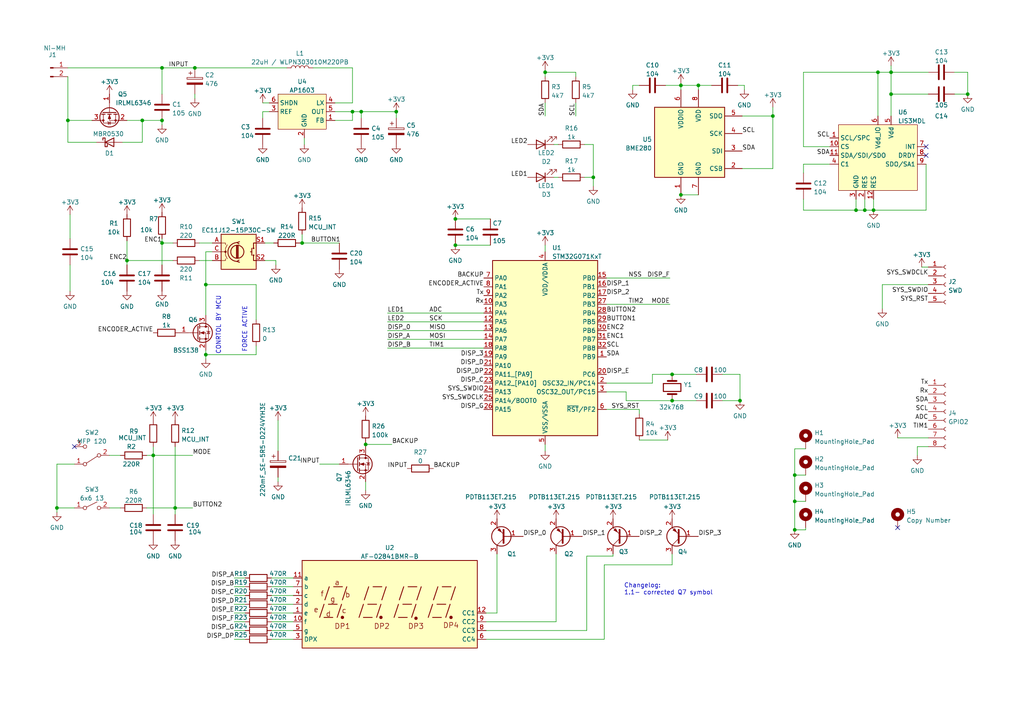
<source format=kicad_sch>
(kicad_sch (version 20230121) (generator eeschema)
  (paper "A4")
  (junction (at 16.51 147.32))
  (junction (at 253.365 60.96))
  (junction (at 87.63 70.485))
  (junction (at 248.285 60.96))
  (junction (at 59.69 102.87))
  (junction (at 230.505 137.795))
  (junction (at 254.635 20.955))
  (junction (at 59.69 82.55))
  (junction (at 46.99 34.925))
  (junction (at 158.115 20.955))
  (junction (at 230.505 145.415))
  (junction (at 258.445 27.305))
  (junction (at 194.945 116.205))
  (junction (at 46.99 70.485))
  (junction (at 41.275 34.925))
  (junction (at 224.155 33.655))
  (junction (at 250.825 60.96))
  (junction (at 172.085 51.435))
  (junction (at 132.08 71.12))
  (junction (at 44.45 132.08))
  (junction (at 230.505 153.67))
  (junction (at 280.67 27.305))
  (junction (at 258.445 20.955))
  (junction (at 50.8 147.32))
  (junction (at 46.99 19.685))
  (junction (at 197.485 24.765))
  (junction (at 106.045 128.905))
  (junction (at 202.565 24.765))
  (junction (at 197.485 56.515))
  (junction (at 214.63 116.205))
  (junction (at 114.935 32.385))
  (junction (at 19.685 34.925))
  (junction (at 104.775 32.385))
  (junction (at 102.235 32.385))
  (junction (at 56.515 19.685))
  (junction (at 194.945 108.585))
  (junction (at 36.83 75.565))
  (junction (at 132.08 63.5))
  (no_connect (at 268.605 42.545))
  (no_connect (at 268.605 45.085))
  (no_connect (at 21.59 129.54))
  (no_connect (at 260.35 153.035))
  (wire (pts (xy 76.835 70.485) (xy 79.375 70.485)))
  (wire (pts (xy 35.56 41.275) (xy 41.275 41.275)))
  (wire (pts (xy 193.04 24.765) (xy 197.485 24.765)))
  (wire (pts (xy 67.945 180.34) (xy 71.12 180.34)))
  (wire (pts (xy 175.895 80.645) (xy 194.31 80.645)))
  (wire (pts (xy 41.275 41.275) (xy 41.275 34.925)))
  (wire (pts (xy 90.805 19.685) (xy 102.235 19.685)))
  (wire (pts (xy 112.395 90.805) (xy 140.335 90.805)))
  (wire (pts (xy 59.69 102.87) (xy 74.295 102.87)))
  (wire (pts (xy 280.67 20.955) (xy 280.67 27.305)))
  (wire (pts (xy 36.83 76.835) (xy 36.83 75.565)))
  (wire (pts (xy 172.085 51.435) (xy 172.085 53.975)))
  (wire (pts (xy 59.69 101.6) (xy 59.69 102.87)))
  (wire (pts (xy 233.045 57.785) (xy 233.045 60.96)))
  (wire (pts (xy 215.265 33.655) (xy 224.155 33.655)))
  (wire (pts (xy 31.75 132.08) (xy 34.925 132.08)))
  (wire (pts (xy 268.605 60.96) (xy 253.365 60.96)))
  (wire (pts (xy 114.935 32.385) (xy 114.935 34.29)))
  (wire (pts (xy 112.395 100.965) (xy 140.335 100.965)))
  (wire (pts (xy 132.08 63.5) (xy 142.24 63.5)))
  (wire (pts (xy 80.645 121.92) (xy 80.645 130.81)))
  (wire (pts (xy 169.545 51.435) (xy 172.085 51.435)))
  (wire (pts (xy 224.155 33.655) (xy 224.155 31.115)))
  (wire (pts (xy 161.29 160.655) (xy 161.29 180.34)))
  (wire (pts (xy 57.785 70.485) (xy 61.595 70.485)))
  (wire (pts (xy 175.895 118.745) (xy 185.42 118.745)))
  (wire (pts (xy 87.63 67.945) (xy 87.63 70.485)))
  (wire (pts (xy 175.26 185.42) (xy 175.26 163.83)))
  (wire (pts (xy 16.51 134.62) (xy 21.59 134.62)))
  (wire (pts (xy 19.685 41.275) (xy 19.685 34.925)))
  (wire (pts (xy 86.995 70.485) (xy 87.63 70.485)))
  (wire (pts (xy 175.895 113.665) (xy 181.61 113.665)))
  (wire (pts (xy 67.945 175.26) (xy 71.12 175.26)))
  (wire (pts (xy 189.23 111.125) (xy 189.23 108.585)))
  (wire (pts (xy 57.785 75.565) (xy 61.595 75.565)))
  (wire (pts (xy 209.55 108.585) (xy 214.63 108.585)))
  (wire (pts (xy 36.83 34.925) (xy 41.275 34.925)))
  (wire (pts (xy 88.265 40.005) (xy 88.265 41.91)))
  (wire (pts (xy 78.74 177.8) (xy 85.09 177.8)))
  (wire (pts (xy 46.99 69.215) (xy 46.99 70.485)))
  (wire (pts (xy 194.945 108.585) (xy 201.93 108.585)))
  (wire (pts (xy 202.565 24.765) (xy 202.565 26.035)))
  (wire (pts (xy 230.505 153.67) (xy 230.505 145.415)))
  (wire (pts (xy 248.285 57.785) (xy 248.285 60.96)))
  (wire (pts (xy 169.545 41.91) (xy 172.085 41.91)))
  (wire (pts (xy 158.115 71.12) (xy 158.115 73.025)))
  (wire (pts (xy 175.895 88.265) (xy 194.31 88.265)))
  (wire (pts (xy 230.505 137.795) (xy 233.68 137.795)))
  (wire (pts (xy 104.775 32.385) (xy 104.775 34.29)))
  (wire (pts (xy 36.83 69.85) (xy 36.83 75.565)))
  (wire (pts (xy 20.32 62.23) (xy 20.32 69.215)))
  (wire (pts (xy 266.065 129.54) (xy 269.24 129.54)))
  (wire (pts (xy 197.485 24.13) (xy 197.485 24.765)))
  (wire (pts (xy 41.275 34.925) (xy 46.99 34.925)))
  (wire (pts (xy 112.395 98.425) (xy 140.335 98.425)))
  (wire (pts (xy 230.505 130.175) (xy 233.68 130.175)))
  (wire (pts (xy 78.74 185.42) (xy 85.09 185.42)))
  (wire (pts (xy 158.115 20.32) (xy 158.115 20.955)))
  (wire (pts (xy 181.61 116.205) (xy 194.945 116.205)))
  (wire (pts (xy 102.235 19.685) (xy 102.235 29.845)))
  (wire (pts (xy 46.99 70.485) (xy 46.99 76.835)))
  (wire (pts (xy 255.905 82.55) (xy 269.24 82.55)))
  (wire (pts (xy 172.085 41.91) (xy 172.085 51.435)))
  (wire (pts (xy 233.68 153.67) (xy 233.68 153.035)))
  (wire (pts (xy 92.71 134.62) (xy 98.425 134.62)))
  (wire (pts (xy 76.835 75.565) (xy 80.01 75.565)))
  (wire (pts (xy 158.115 29.845) (xy 158.115 33.655)))
  (wire (pts (xy 102.235 32.385) (xy 104.775 32.385)))
  (wire (pts (xy 250.825 57.785) (xy 250.825 60.96)))
  (wire (pts (xy 258.445 27.305) (xy 269.24 27.305)))
  (wire (pts (xy 78.74 180.34) (xy 85.09 180.34)))
  (wire (pts (xy 106.045 139.7) (xy 106.045 142.24)))
  (wire (pts (xy 215.9 26.035) (xy 215.9 24.765)))
  (wire (pts (xy 215.265 48.895) (xy 224.155 48.895)))
  (wire (pts (xy 267.335 77.47) (xy 269.24 77.47)))
  (wire (pts (xy 16.51 147.32) (xy 21.59 147.32)))
  (wire (pts (xy 78.74 172.72) (xy 85.09 172.72)))
  (wire (pts (xy 276.86 20.955) (xy 280.67 20.955)))
  (wire (pts (xy 140.97 177.8) (xy 144.145 177.8)))
  (wire (pts (xy 74.295 82.55) (xy 59.69 82.55)))
  (wire (pts (xy 160.655 41.91) (xy 161.925 41.91)))
  (wire (pts (xy 258.445 33.655) (xy 258.445 27.305)))
  (wire (pts (xy 197.485 24.765) (xy 202.565 24.765)))
  (wire (pts (xy 140.97 185.42) (xy 175.26 185.42)))
  (wire (pts (xy 253.365 57.785) (xy 253.365 60.96)))
  (wire (pts (xy 102.235 32.385) (xy 97.155 32.385)))
  (wire (pts (xy 189.23 108.585) (xy 194.945 108.585)))
  (wire (pts (xy 248.285 60.96) (xy 250.825 60.96)))
  (wire (pts (xy 230.505 145.415) (xy 230.505 137.795)))
  (wire (pts (xy 215.9 24.765) (xy 213.995 24.765)))
  (wire (pts (xy 230.505 145.415) (xy 233.68 145.415)))
  (wire (pts (xy 74.295 82.55) (xy 74.295 92.71)))
  (wire (pts (xy 183.515 26.035) (xy 183.515 24.765)))
  (wire (pts (xy 140.97 180.34) (xy 161.29 180.34)))
  (wire (pts (xy 167.005 29.845) (xy 167.005 33.655)))
  (wire (pts (xy 87.63 70.485) (xy 98.425 70.485)))
  (wire (pts (xy 42.545 132.08) (xy 44.45 132.08)))
  (wire (pts (xy 140.97 182.88) (xy 170.18 182.88)))
  (wire (pts (xy 67.945 182.88) (xy 71.12 182.88)))
  (wire (pts (xy 44.45 132.08) (xy 55.88 132.08)))
  (wire (pts (xy 104.775 32.385) (xy 114.935 32.385)))
  (wire (pts (xy 78.74 167.64) (xy 85.09 167.64)))
  (wire (pts (xy 175.895 111.125) (xy 189.23 111.125)))
  (wire (pts (xy 59.69 102.87) (xy 59.69 104.14)))
  (wire (pts (xy 46.99 19.685) (xy 56.515 19.685)))
  (wire (pts (xy 46.99 34.925) (xy 46.99 36.195)))
  (wire (pts (xy 158.115 20.955) (xy 158.115 22.225)))
  (wire (pts (xy 254.635 20.955) (xy 258.445 20.955)))
  (wire (pts (xy 59.69 82.55) (xy 59.69 91.44)))
  (wire (pts (xy 74.295 102.87) (xy 74.295 100.33)))
  (wire (pts (xy 112.395 95.885) (xy 140.335 95.885)))
  (wire (pts (xy 20.32 76.835) (xy 20.32 84.455)))
  (wire (pts (xy 80.01 75.565) (xy 80.01 76.835)))
  (wire (pts (xy 31.75 147.32) (xy 34.925 147.32)))
  (wire (pts (xy 19.685 22.225) (xy 19.685 34.925)))
  (wire (pts (xy 59.69 73.025) (xy 59.69 82.55)))
  (wire (pts (xy 97.155 34.925) (xy 102.235 34.925)))
  (wire (pts (xy 197.485 24.765) (xy 197.485 26.035)))
  (wire (pts (xy 80.645 138.43) (xy 80.645 139.7)))
  (wire (pts (xy 132.08 71.12) (xy 142.24 71.12)))
  (wire (pts (xy 76.2 32.385) (xy 78.105 32.385)))
  (wire (pts (xy 16.51 148.59) (xy 16.51 147.32)))
  (wire (pts (xy 67.945 170.18) (xy 71.12 170.18)))
  (wire (pts (xy 112.395 93.345) (xy 140.335 93.345)))
  (wire (pts (xy 233.045 42.545) (xy 233.045 20.955)))
  (wire (pts (xy 46.99 70.485) (xy 50.165 70.485)))
  (wire (pts (xy 181.61 113.665) (xy 181.61 116.205)))
  (wire (pts (xy 160.655 51.435) (xy 161.925 51.435)))
  (wire (pts (xy 56.515 27.305) (xy 56.515 28.575)))
  (wire (pts (xy 67.945 167.64) (xy 71.12 167.64)))
  (wire (pts (xy 50.8 147.32) (xy 50.8 149.225)))
  (wire (pts (xy 183.515 24.765) (xy 185.42 24.765)))
  (wire (pts (xy 78.74 182.88) (xy 85.09 182.88)))
  (wire (pts (xy 230.505 137.795) (xy 230.505 130.175)))
  (wire (pts (xy 185.42 118.745) (xy 185.42 120.015)))
  (wire (pts (xy 250.825 60.96) (xy 253.365 60.96)))
  (wire (pts (xy 197.485 56.515) (xy 202.565 56.515)))
  (wire (pts (xy 36.83 75.565) (xy 50.165 75.565)))
  (wire (pts (xy 167.005 20.955) (xy 167.005 22.225)))
  (wire (pts (xy 19.685 19.685) (xy 46.99 19.685)))
  (wire (pts (xy 42.545 147.32) (xy 50.8 147.32)))
  (wire (pts (xy 214.63 108.585) (xy 214.63 116.205)))
  (wire (pts (xy 177.8 161.29) (xy 177.8 160.655)))
  (wire (pts (xy 185.42 127.635) (xy 193.675 127.635)))
  (wire (pts (xy 266.065 132.08) (xy 266.065 129.54)))
  (wire (pts (xy 233.045 50.165) (xy 233.045 47.625)))
  (wire (pts (xy 158.115 128.905) (xy 158.115 130.81)))
  (wire (pts (xy 258.445 27.305) (xy 258.445 20.955)))
  (wire (pts (xy 175.26 163.83) (xy 194.945 163.83)))
  (wire (pts (xy 268.605 47.625) (xy 268.605 60.96)))
  (wire (pts (xy 254.635 33.655) (xy 254.635 20.955)))
  (wire (pts (xy 106.045 128.27) (xy 106.045 128.905)))
  (wire (pts (xy 106.045 128.905) (xy 113.665 128.905)))
  (wire (pts (xy 67.945 177.8) (xy 71.12 177.8)))
  (wire (pts (xy 255.905 82.55) (xy 255.905 89.535)))
  (wire (pts (xy 102.235 34.925) (xy 102.235 32.385)))
  (wire (pts (xy 76.2 29.845) (xy 78.105 29.845)))
  (wire (pts (xy 16.51 147.32) (xy 16.51 134.62)))
  (wire (pts (xy 258.445 20.955) (xy 269.24 20.955)))
  (wire (pts (xy 170.18 182.88) (xy 170.18 161.29)))
  (wire (pts (xy 44.45 132.08) (xy 44.45 149.225)))
  (wire (pts (xy 258.445 19.05) (xy 258.445 20.955)))
  (wire (pts (xy 240.665 42.545) (xy 233.045 42.545)))
  (wire (pts (xy 194.945 163.83) (xy 194.945 160.655)))
  (wire (pts (xy 276.86 27.305) (xy 280.67 27.305)))
  (wire (pts (xy 59.69 73.025) (xy 61.595 73.025)))
  (wire (pts (xy 209.55 116.205) (xy 214.63 116.205)))
  (wire (pts (xy 233.045 60.96) (xy 248.285 60.96)))
  (wire (pts (xy 224.155 33.655) (xy 224.155 48.895)))
  (wire (pts (xy 56.515 19.685) (xy 83.185 19.685)))
  (wire (pts (xy 233.045 20.955) (xy 254.635 20.955)))
  (wire (pts (xy 50.8 129.54) (xy 50.8 147.32)))
  (wire (pts (xy 106.045 128.905) (xy 106.045 129.54)))
  (wire (pts (xy 230.505 153.67) (xy 233.68 153.67)))
  (wire (pts (xy 194.945 116.205) (xy 201.93 116.205)))
  (wire (pts (xy 76.2 34.29) (xy 76.2 32.385)))
  (wire (pts (xy 44.45 129.54) (xy 44.45 132.08)))
  (wire (pts (xy 233.045 47.625) (xy 240.665 47.625)))
  (wire (pts (xy 78.74 170.18) (xy 85.09 170.18)))
  (wire (pts (xy 144.145 160.655) (xy 144.145 177.8)))
  (wire (pts (xy 78.74 175.26) (xy 85.09 175.26)))
  (wire (pts (xy 27.94 41.275) (xy 19.685 41.275)))
  (wire (pts (xy 102.235 29.845) (xy 97.155 29.845)))
  (wire (pts (xy 50.8 147.32) (xy 55.88 147.32)))
  (wire (pts (xy 158.115 20.955) (xy 167.005 20.955)))
  (wire (pts (xy 67.945 185.42) (xy 71.12 185.42)))
  (wire (pts (xy 260.35 127) (xy 269.24 127)))
  (wire (pts (xy 46.99 19.685) (xy 46.99 27.305)))
  (wire (pts (xy 170.18 161.29) (xy 177.8 161.29)))
  (wire (pts (xy 202.565 24.765) (xy 206.375 24.765)))
  (wire (pts (xy 19.685 34.925) (xy 26.67 34.925)))
  (wire (pts (xy 67.945 172.72) (xy 71.12 172.72)))
  (text "FORCE ACTIVE" (at 71.755 102.235 90) (effects (font (size 1.27 1.27)) (justify left bottom)))
  (text "CONRTOL BY MCU" (at 64.135 102.87 90) (effects (font (size 1.27 1.27)) (justify left bottom)))
  (text "Changelog:\n1.1- corrected Q7 symbol" (at 180.975 172.72 0) (effects (font (size 1.27 1.27)) (justify left bottom)))
  (label "BUTTON1" (at 175.895 93.345 0))
  (label "DISP_DP" (at 67.945 185.42 180))
  (label "BUTTON1" (at 90.17 70.485 0))
  (label "ADC" (at 269.24 121.92 180))
  (label "DISP_2" (at 185.42 155.575 0))
  (label "DISP_0" (at 112.395 95.885 0))
  (label "LED1" (at 112.395 90.805 0))
  (label "BACKUP" (at 125.73 135.89 0))
  (label "DISP_C" (at 67.945 172.72 180))
  (label "ENC2" (at 36.83 75.565 180))
  (label "SCL" (at 175.895 100.965 0))
  (label "SYS_SWDIO" (at 269.24 85.09 180))
  (label "TIM2" (at 182.245 88.265 0))
  (label "BACKUP" (at 140.335 80.645 180))
  (label "INPUT" (at 92.71 134.62 180))
  (label "ENC1" (at 175.895 98.425 0))
  (label "DISP_A" (at 112.395 98.425 0))
  (label "ENCODER_ACTIVE" (at 140.335 83.185 180))
  (label "SCL" (at 167.005 33.655 90))
  (label "BUTTON2" (at 175.895 90.805 0))
  (label "SYS_SWDIO" (at 140.335 113.665 180))
  (label "Rx" (at 140.335 88.265 180))
  (label "DISP_F" (at 67.945 180.34 180))
  (label "BUTTON2" (at 55.88 147.32 0))
  (label "DISP_DP" (at 140.335 108.585 180))
  (label "DISP_A" (at 67.945 167.64 180))
  (label "DISP_G" (at 67.945 182.88 180))
  (label "DISP_3" (at 202.565 155.575 0))
  (label "Tx" (at 269.24 111.76 180))
  (label "TIM1" (at 124.46 100.965 0))
  (label "LED1" (at 153.035 51.435 180))
  (label "DISP_3" (at 140.335 103.505 180))
  (label "Tx" (at 140.335 85.725 180))
  (label "DISP_E" (at 67.945 177.8 180))
  (label "ENCODER_ACTIVE" (at 44.45 96.52 180))
  (label "SYS_RST" (at 269.24 87.63 180))
  (label "DISP_C" (at 140.335 111.125 180))
  (label "Rx" (at 269.24 114.3 180))
  (label "DISP_B" (at 112.395 100.965 0))
  (label "TIM1" (at 269.24 124.46 180))
  (label "SDA" (at 269.24 116.84 180))
  (label "DISP_D" (at 67.945 175.26 180))
  (label "MODE" (at 55.88 132.08 0))
  (label "SCL" (at 240.665 40.005 180))
  (label "DISP_E" (at 175.895 108.585 0))
  (label "SDA" (at 240.665 45.085 180))
  (label "DISP_0" (at 151.765 155.575 0))
  (label "DISP_F" (at 194.31 80.645 180))
  (label "SCL" (at 215.265 38.735 0))
  (label "SDA" (at 175.895 103.505 0))
  (label "DISP_1" (at 168.91 155.575 0))
  (label "ADC" (at 124.46 90.805 0))
  (label "ENC1" (at 46.99 70.485 180))
  (label "INPUT" (at 48.895 19.685 0))
  (label "LED2" (at 153.035 41.91 180))
  (label "DISP_G" (at 140.335 118.745 180))
  (label "SCL" (at 269.24 119.38 180))
  (label "ENC2" (at 175.895 95.885 0))
  (label "NSS" (at 182.245 80.645 0))
  (label "LED2" (at 112.395 93.345 0))
  (label "INPUT" (at 118.11 135.89 180))
  (label "MISO" (at 124.46 95.885 0))
  (label "SCK" (at 124.46 93.345 0))
  (label "DISP_2" (at 175.895 85.725 0))
  (label "SDA" (at 215.265 43.815 0))
  (label "SYS_RST" (at 185.42 118.745 180))
  (label "DISP_1" (at 175.895 83.185 0))
  (label "SDA" (at 158.115 33.655 90))
  (label "BACKUP" (at 113.665 128.905 0))
  (label "MODE" (at 194.31 88.265 180))
  (label "DISP_D" (at 140.335 106.045 180))
  (label "SYS_SWDCLK" (at 269.24 80.01 180))
  (label "SYS_SWDCLK" (at 140.335 116.205 180))
  (label "MOSI" (at 124.46 98.425 0))
  (label "DISP_B" (at 67.945 170.18 180))
  (symbol (lib_id "Device:C") (at 273.05 27.305 90) (unit 1)
    (property "Reference" "C14" (at 273.05 33.655 90))
    (property "Value" "105" (at 273.05 30.48 90))
    (property "Footprint" "Capacitor_SMD:C_0603_1608Metric" (effects hide))
  )
  (symbol (lib_id "power:+3V3") (at 193.675 127.635 0) (unit 1)
    (property "Reference" "#PWR0119" (effects hide))
    (property "Value" "+3V3" (at 193.675 124.0592 0))
  )
  (symbol (lib_id "Device:C") (at 189.23 24.765 270) (unit 1)
    (property "Reference" "C10" (at 189.23 18.9062 90))
    (property "Value" "104" (at 189.23 21.4431 90))
    (property "Footprint" "Capacitor_SMD:C_0603_1608Metric" (effects hide))
  )
  (symbol (lib_id "Device:R") (at 53.975 75.565 90) (unit 1)
    (property "Reference" "R11" (at 53.975 80.645 90))
    (property "Value" "220" (at 53.975 78.105 90))
    (property "Footprint" "Resistor_SMD:R_0603_1608Metric" (effects hide))
  )
  (symbol (lib_id "power:GND") (at 59.69 104.14 0) (unit 1)
    (property "Reference" "#PWR0139" (effects hide))
    (property "Value" "GND" (at 59.69 108.5834 0))
  )
  (symbol (lib_id "power:GND") (at 50.8 156.845 0) (unit 1)
    (property "Reference" "#PWR0143" (effects hide))
    (property "Value" "GND" (at 50.8 161.2884 0))
  )
  (symbol (lib_id "Device:C_Polarized") (at 114.935 38.1 0) (unit 1)
    (property "Reference" "C5" (at 117.856 36.3763 0) (effects (justify left)))
    (property "Value" "476" (at 117.856 38.9132 0) (effects (justify left)))
    (property "Footprint" "Capacitor_SMD:CP_Elec_5x4.5" (effects hide))
  )
  (symbol (lib_id "Device:C_Polarized") (at 80.645 134.62 0) (unit 1)
    (property "Reference" "C21" (at 83.566 132.8963 0) (effects (justify left)))
    (property "Value" "220mF_SE-5R5-D224VYH3E" (at 76.2 144.145 90) (effects (justify left)))
    (property "Footprint" "BartLib_Capacitor:C_Super_D11.2mm_H5.1mm_P10.5mm" (effects hide))
  )
  (symbol (lib_id "Device:R") (at 48.26 96.52 90) (unit 1)
    (property "Reference" "R8" (at 48.26 91.8042 90))
    (property "Value" "1k" (at 48.26 94.3411 90))
    (property "Footprint" "Resistor_SMD:R_0603_1608Metric" (effects hide))
  )
  (symbol (lib_id "power:GND") (at 215.9 26.035 0) (unit 1)
    (property "Reference" "#PWR0126" (effects hide))
    (property "Value" "GND" (at 215.9 30.4784 0))
  )
  (symbol (lib_id "Connector:Conn_01x08_Female") (at 274.32 119.38 0) (unit 1)
    (property "Reference" "J4" (at 275.0312 119.8153 0) (effects (justify left)))
    (property "Value" "GPIO2" (at 275.0312 122.3522 0) (effects (justify left)))
    (property "Footprint" "Connector_PinHeader_2.54mm:PinHeader_1x08_P2.54mm_Vertical" (effects hide))
  )
  (symbol (lib_id "Switch:SW_SPDT") (at 26.67 132.08 180) (unit 1)
    (property "Reference" "SW2" (at 26.67 125.4592 0))
    (property "Value" "MFP 120" (at 26.67 127.9961 0))
    (property "Footprint" "BartLib_Switch:MFP 120" (effects hide))
  )
  (symbol (lib_id "Device:C_Polarized") (at 56.515 23.495 0) (unit 1)
    (property "Reference" "C2" (at 59.436 21.7713 0) (effects (justify left)))
    (property "Value" "476" (at 59.436 24.3082 0) (effects (justify left)))
    (property "Footprint" "Capacitor_SMD:CP_Elec_5x4.5" (effects hide))
  )
  (symbol (lib_id "Device:R") (at 74.93 170.18 90) (unit 1)
    (property "Reference" "R19" (at 69.85 168.91 90))
    (property "Value" "470R" (at 80.645 168.91 90))
    (property "Footprint" "Resistor_SMD:R_0603_1608Metric" (effects hide))
  )
  (symbol (lib_id "power:GND") (at 44.45 156.845 0) (unit 1)
    (property "Reference" "#PWR0144" (effects hide))
    (property "Value" "GND" (at 44.45 161.2884 0))
  )
  (symbol (lib_id "Device:C") (at 233.045 53.975 0) (unit 1)
    (property "Reference" "C12" (at 235.966 53.1403 0) (effects (justify left)))
    (property "Value" "104" (at 235.966 55.6772 0) (effects (justify left)))
    (property "Footprint" "Capacitor_SMD:C_0603_1608Metric" (effects hide))
  )
  (symbol (lib_id "Display_Character:CC56-12EWA") (at 113.03 175.26 0) (unit 1)
    (property "Reference" "U2" (at 113.03 158.8602 0))
    (property "Value" "AF-02841BMR-B" (at 113.03 161.3971 0))
    (property "Footprint" "BartLib_Display:LED 7.2mm SMD" (effects hide))
    (property "Datasheet" "http://www.kingbrightusa.com/images/catalog/SPEC/CA56-12EWA.pdf" (effects hide))
  )
  (symbol (lib_id "Device:R") (at 74.93 185.42 90) (unit 1)
    (property "Reference" "R25" (at 69.85 184.15 90))
    (property "Value" "470R" (at 80.645 184.15 90))
    (property "Footprint" "Resistor_SMD:R_0603_1608Metric" (effects hide))
  )
  (symbol (lib_id "power:+3V3") (at 44.45 121.92 0) (unit 1)
    (property "Reference" "#PWR0145" (effects hide))
    (property "Value" "+3V3" (at 44.45 118.3442 0))
  )
  (symbol (lib_id "Device:R") (at 53.975 70.485 90) (unit 1)
    (property "Reference" "R10" (at 53.975 65.7692 90))
    (property "Value" "220" (at 53.975 68.3061 90))
    (property "Footprint" "Resistor_SMD:R_0603_1608Metric" (effects hide))
  )
  (symbol (lib_id "power:GND") (at 16.51 148.59 0) (unit 1)
    (property "Reference" "#PWR0147" (effects hide))
    (property "Value" "GND" (at 16.51 153.0334 0))
  )
  (symbol (lib_id "Device:C") (at 76.2 38.1 0) (unit 1)
    (property "Reference" "C3" (at 69.85 36.83 0) (effects (justify left)))
    (property "Value" "104" (at 69.85 39.3669 0) (effects (justify left)))
    (property "Footprint" "Capacitor_SMD:C_0603_1608Metric" (effects hide))
  )
  (symbol (lib_id "MCU_ST_STM32G0:STM32G071KxT") (at 158.115 100.965 0) (unit 1)
    (property "Reference" "U1" (at 160.1344 71.8652 0) (effects (justify left)))
    (property "Value" "STM32G071KxT" (at 160.1344 74.4021 0) (effects (justify left)))
    (property "Footprint" "Package_QFP:LQFP-32_7x7mm_P0.8mm" (effects hide))
    (property "Datasheet" "https://www.st.com/resource/en/datasheet/stm32g071kb.pdf" (effects hide))
  )
  (symbol (lib_id "Device:R") (at 44.45 125.73 0) (unit 1)
    (property "Reference" "R9" (at 37.465 125.095 0) (effects (justify left)))
    (property "Value" "MCU_INT" (at 34.29 127 0) (effects (justify left)))
    (property "Footprint" "Resistor_SMD:R_0603_1608Metric" (effects hide))
  )
  (symbol (lib_id "power:+3V3") (at 224.155 31.115 0) (unit 1)
    (property "Reference" "#PWR0127" (effects hide))
    (property "Value" "+3V3" (at 224.155 27.5392 0))
  )
  (symbol (lib_id "power:+3V3") (at 36.83 62.23 0) (unit 1)
    (property "Reference" "#PWR0140" (effects hide))
    (property "Value" "+3V3" (at 36.83 58.6542 0))
  )
  (symbol (lib_id "Device:Crystal") (at 194.945 112.395 90) (unit 1)
    (property "Reference" "Y1" (at 198.2724 111.5603 90) (effects (justify right)))
    (property "Value" "32k768" (at 191.135 118.11 90) (effects (justify right)))
    (property "Footprint" "BartLib_Crystal:Crystal_D2.00mm_L6.00mm" (effects hide))
  )
  (symbol (lib_id "power:+3V3") (at 177.8 150.495 0) (unit 1)
    (property "Reference" "#PWR0109" (effects hide))
    (property "Value" "+3V3" (at 177.8 146.939 0))
  )
  (symbol (lib_id "power:GND") (at 253.365 60.96 0) (unit 1)
    (property "Reference" "#PWR0122" (effects hide))
    (property "Value" "GND" (at 253.365 65.4034 0))
  )
  (symbol (lib_id "power:+3V3") (at 197.485 24.13 0) (unit 1)
    (property "Reference" "#PWR0123" (effects hide))
    (property "Value" "+3V3" (at 197.485 20.5542 0))
  )
  (symbol (lib_id "Device:R") (at 165.735 41.91 90) (unit 1)
    (property "Reference" "R16" (at 165.735 37.1942 90))
    (property "Value" "1k" (at 165.735 39.7311 90))
    (property "Footprint" "Resistor_SMD:R_0603_1608Metric" (effects hide))
  )
  (symbol (lib_id "BartLib_Sensors:LIS3MDL") (at 252.095 36.195 0) (unit 1)
    (property "Reference" "U6" (at 260.4644 32.546 0) (effects (justify left)))
    (property "Value" "LIS3MDL" (at 260.4644 35.0829 0) (effects (justify left)))
    (property "Footprint" "Package_LGA:LGA-12_2x2mm_P0.5mm" (effects hide))
  )
  (symbol (lib_id "Device:R") (at 74.93 177.8 90) (unit 1)
    (property "Reference" "R22" (at 69.85 176.53 90))
    (property "Value" "470R" (at 80.645 176.53 90))
    (property "Footprint" "Resistor_SMD:R_0603_1608Metric" (effects hide))
  )
  (symbol (lib_id "Device:R") (at 74.93 182.88 90) (unit 1)
    (property "Reference" "R24" (at 69.85 181.61 90))
    (property "Value" "470R" (at 80.645 181.61 90))
    (property "Footprint" "Resistor_SMD:R_0603_1608Metric" (effects hide))
  )
  (symbol (lib_id "Device:R") (at 50.8 125.73 0) (unit 1)
    (property "Reference" "R12" (at 52.578 124.8953 0) (effects (justify left)))
    (property "Value" "MCU_INT" (at 52.578 127.4322 0) (effects (justify left)))
    (property "Footprint" "Resistor_SMD:R_0603_1608Metric" (effects hide))
  )
  (symbol (lib_id "power:GND") (at 104.775 41.91 0) (unit 1)
    (property "Reference" "#PWR0113" (effects hide))
    (property "Value" "GND" (at 104.775 46.3534 0))
  )
  (symbol (lib_id "Device:C") (at 50.8 153.035 0) (unit 1)
    (property "Reference" "C19" (at 53.975 152.4 0) (effects (justify left)))
    (property "Value" "104" (at 54.61 154.305 0) (effects (justify left)))
    (property "Footprint" "Capacitor_SMD:C_0603_1608Metric" (effects hide))
  )
  (symbol (lib_id "power:GND") (at 80.01 76.835 0) (unit 1)
    (property "Reference" "#PWR0138" (effects hide))
    (property "Value" "GND" (at 80.01 81.2784 0))
  )
  (symbol (lib_id "power:GND") (at 80.645 139.7 0) (unit 1)
    (property "Reference" "#PWR0151" (effects hide))
    (property "Value" "GND" (at 80.645 144.1434 0))
  )
  (symbol (lib_id "Device:R") (at 74.93 172.72 90) (unit 1)
    (property "Reference" "R20" (at 69.85 171.45 90))
    (property "Value" "470R" (at 80.645 171.45 90))
    (property "Footprint" "Resistor_SMD:R_0603_1608Metric" (effects hide))
  )
  (symbol (lib_id "Device:LED") (at 156.845 41.91 180) (unit 1)
    (property "Reference" "D2" (at 158.4325 46.8798 0))
    (property "Value" "LED2" (at 158.4325 44.3429 0))
    (property "Footprint" "LED_SMD:LED_0603_1608Metric" (effects hide))
  )
  (symbol (lib_id "power:GND") (at 88.265 41.91 0) (unit 1)
    (property "Reference" "#PWR0102" (effects hide))
    (property "Value" "GND" (at 88.265 46.3534 0))
  )
  (symbol (lib_id "Device:R") (at 46.99 65.405 0) (unit 1)
    (property "Reference" "R7" (at 43.18 63.5 0) (effects (justify left)))
    (property "Value" "10k" (at 40.64 66.675 0) (effects (justify left)))
    (property "Footprint" "Resistor_SMD:R_0603_1608Metric" (effects hide))
  )
  (symbol (lib_id "Device:C") (at 20.32 73.025 0) (unit 1)
    (property "Reference" "C15" (at 23.241 72.1903 0) (effects (justify left)))
    (property "Value" "104" (at 23.241 74.7272 0) (effects (justify left)))
    (property "Footprint" "Capacitor_SMD:C_0603_1608Metric" (effects hide))
  )
  (symbol (lib_id "Device:R") (at 74.93 180.34 90) (unit 1)
    (property "Reference" "R23" (at 69.85 179.07 90))
    (property "Value" "470R" (at 80.645 179.07 90))
    (property "Footprint" "Resistor_SMD:R_0603_1608Metric" (effects hide))
  )
  (symbol (lib_id "Device:R") (at 106.045 124.46 0) (unit 1)
    (property "Reference" "R26" (at 107.823 123.6253 0) (effects (justify left)))
    (property "Value" "100k" (at 107.823 126.1622 0) (effects (justify left)))
    (property "Footprint" "Resistor_SMD:R_0603_1608Metric" (effects hide))
  )
  (symbol (lib_id "Device:C") (at 205.74 116.205 90) (unit 1)
    (property "Reference" "C9" (at 202.565 114.935 90))
    (property "Value" "100" (at 208.915 114.935 90))
    (property "Footprint" "Capacitor_SMD:C_0603_1608Metric" (effects hide))
  )
  (symbol (lib_id "power:+3V3") (at 114.935 32.385 0) (unit 1)
    (property "Reference" "#PWR0112" (effects hide))
    (property "Value" "+3V3" (at 114.935 28.8092 0))
  )
  (symbol (lib_id "power:+3V3") (at 144.145 150.495 0) (unit 1)
    (property "Reference" "#PWR0110" (effects hide))
    (property "Value" "+3V3" (at 144.145 146.9192 0))
  )
  (symbol (lib_id "power:GND") (at 266.065 132.08 0) (unit 1)
    (property "Reference" "#PWR0130" (effects hide))
    (property "Value" "GND" (at 266.065 136.5234 0))
  )
  (symbol (lib_id "Mechanical:MountingHole_Pad") (at 233.68 142.875 0) (unit 1)
    (property "Reference" "H3" (at 236.22 140.7703 0) (effects (justify left)))
    (property "Value" "MountingHole_Pad" (at 236.22 143.3072 0) (effects (justify left)))
    (property "Footprint" "BartLib_Pad:WirePad 4mm^2 Rect" (effects hide))
  )
  (symbol (lib_id "power:GND") (at 76.2 41.91 0) (unit 1)
    (property "Reference" "#PWR0101" (effects hide))
    (property "Value" "GND" (at 76.2 46.3534 0))
  )
  (symbol (lib_id "Connector:Conn_01x05_Female") (at 274.32 82.55 0) (unit 1)
    (property "Reference" "J2" (at 275.0312 81.7153 0) (effects (justify left)))
    (property "Value" "SWD" (at 275.0312 84.2522 0) (effects (justify left)))
    (property "Footprint" "BartLib_Connector:PinHeader_1x05_P1.257_Vertical" (effects hide))
  )
  (symbol (lib_id "Device:C") (at 273.05 20.955 90) (unit 1)
    (property "Reference" "C13" (at 273.05 15.0962 90))
    (property "Value" "104" (at 273.05 17.6331 90))
    (property "Footprint" "Capacitor_SMD:C_0603_1608Metric" (effects hide))
  )
  (symbol (lib_id "power:GND") (at 230.505 153.67 0) (unit 1)
    (property "Reference" "#PWR0148" (effects hide))
    (property "Value" "GND" (at 230.505 158.1134 0))
  )
  (symbol (lib_id "power:+3V3") (at 258.445 19.05 0) (unit 1)
    (property "Reference" "#PWR0121" (effects hide))
    (property "Value" "+3V3" (at 258.445 15.4742 0))
  )
  (symbol (lib_id "power:+3V3") (at 161.29 150.495 0) (unit 1)
    (property "Reference" "#PWR0111" (effects hide))
    (property "Value" "+3V3" (at 161.29 146.939 0))
  )
  (symbol (lib_id "power:GND") (at 158.115 130.81 0) (unit 1)
    (property "Reference" "#PWR0132" (effects hide))
    (property "Value" "GND" (at 158.115 135.2534 0))
  )
  (symbol (lib_id "power:GND") (at 114.935 41.91 0) (unit 1)
    (property "Reference" "#PWR0114" (effects hide))
    (property "Value" "GND" (at 114.935 46.3534 0))
  )
  (symbol (lib_id "Device:R") (at 36.83 66.04 0) (unit 1)
    (property "Reference" "R1" (at 33.02 64.77 0))
    (property "Value" "10k" (at 33.02 67.31 0))
    (property "Footprint" "Resistor_SMD:R_0603_1608Metric" (effects hide))
  )
  (symbol (lib_id "Transistor_BJT:BC807") (at 180.34 155.575 180) (unit 1)
    (property "Reference" "Q3" (at 182.245 160.02 0) (effects (justify left)))
    (property "Value" "PDTB113ET.215" (at 184.785 144.145 0) (effects (justify left)))
    (property "Footprint" "Package_TO_SOT_SMD:SOT-23" (effects hide))
    (property "Datasheet" "https://www.onsemi.com/pub/Collateral/BC808-D.pdf" (effects hide))
  )
  (symbol (lib_id "Device:LED") (at 156.845 51.435 180) (unit 1)
    (property "Reference" "D3" (at 158.4325 56.4048 0))
    (property "Value" "LED1" (at 158.4325 53.8679 0))
    (property "Footprint" "LED_SMD:LED_0603_1608Metric" (effects hide))
  )
  (symbol (lib_id "Device:C") (at 205.74 108.585 90) (unit 1)
    (property "Reference" "C8" (at 202.565 107.315 90))
    (property "Value" "100" (at 208.915 107.315 90))
    (property "Footprint" "Capacitor_SMD:C_0603_1608Metric" (effects hide))
  )
  (symbol (lib_id "power:GND") (at 46.99 36.195 0) (unit 1)
    (property "Reference" "#PWR0104" (effects hide))
    (property "Value" "GND" (at 46.99 40.6384 0))
  )
  (symbol (lib_id "power:GND") (at 172.085 53.975 0) (unit 1)
    (property "Reference" "#PWR0131" (effects hide))
    (property "Value" "GND" (at 172.085 58.4184 0))
  )
  (symbol (lib_id "power:+3V3") (at 46.99 61.595 0) (unit 1)
    (property "Reference" "#PWR0142" (effects hide))
    (property "Value" "+3V3" (at 46.99 58.039 0))
  )
  (symbol (lib_id "power:GND") (at 280.67 27.305 0) (unit 1)
    (property "Reference" "#PWR0120" (effects hide))
    (property "Value" "GND" (at 280.67 31.7484 0))
  )
  (symbol (lib_id "power:GND") (at 46.99 84.455 0) (unit 1)
    (property "Reference" "#PWR0134" (effects hide))
    (property "Value" "GND" (at 46.99 88.265 0))
  )
  (symbol (lib_id "power:GND") (at 255.905 89.535 0) (unit 1)
    (property "Reference" "#PWR0129" (effects hide))
    (property "Value" "GND" (at 255.905 93.9784 0))
  )
  (symbol (lib_id "power:+3V3") (at 76.2 29.845 0) (unit 1)
    (property "Reference" "#PWR0105" (effects hide))
    (property "Value" "+3V3" (at 76.2 26.2692 0))
  )
  (symbol (lib_id "power:+3V3") (at 106.045 120.65 0) (unit 1)
    (property "Reference" "#PWR0150" (effects hide))
    (property "Value" "+3V3" (at 106.045 117.0742 0))
  )
  (symbol (lib_id "Mechanical:MountingHole_Pad") (at 233.68 127.635 0) (unit 1)
    (property "Reference" "H1" (at 236.22 125.5303 0) (effects (justify left)))
    (property "Value" "MountingHole_Pad" (at 236.22 128.0672 0) (effects (justify left)))
    (property "Footprint" "BartLib_Pad:WirePad 4mm^2 Rect" (effects hide))
  )
  (symbol (lib_id "Device:R") (at 87.63 64.135 0) (unit 1)
    (property "Reference" "R15" (at 89.408 63.3003 0) (effects (justify left)))
    (property "Value" "MCU_INT" (at 89.408 65.8372 0) (effects (justify left)))
    (property "Footprint" "Resistor_SMD:R_0603_1608Metric" (effects hide))
  )
  (symbol (lib_id "power:+3V3") (at 267.335 77.47 0) (unit 1)
    (property "Reference" "#PWR0103" (effects hide))
    (property "Value" "+3V3" (at 267.335 73.8942 0))
  )
  (symbol (lib_id "power:GND") (at 214.63 116.205 0) (unit 1)
    (property "Reference" "#PWR0118" (effects hide))
    (property "Value" "GND" (at 214.63 120.6484 0))
  )
  (symbol (lib_id "Device:Q_NMOS_GSD") (at 31.75 32.385 90) (mirror x) (unit 1)
    (property "Reference" "Q5" (at 35.56 27.305 90))
    (property "Value" "IRLML6346" (at 38.735 29.845 90))
    (property "Footprint" "Package_TO_SOT_SMD:SOT-23" (effects hide))
  )
  (symbol (lib_id "Device:R") (at 167.005 26.035 0) (unit 1)
    (property "Reference" "R5" (at 168.783 25.2003 0) (effects (justify left)))
    (property "Value" "4k7" (at 168.783 27.7372 0) (effects (justify left)))
    (property "Footprint" "Resistor_SMD:R_0603_1608Metric" (effects hide))
  )
  (symbol (lib_id "Device:R") (at 74.93 175.26 90) (unit 1)
    (property "Reference" "R21" (at 69.85 173.99 90))
    (property "Value" "470R" (at 80.645 173.99 90))
    (property "Footprint" "Resistor_SMD:R_0603_1608Metric" (effects hide))
  )
  (symbol (lib_id "power:+3V3") (at 87.63 60.325 0) (unit 1)
    (property "Reference" "#PWR0133" (effects hide))
    (property "Value" "+3V3" (at 87.63 56.7492 0))
  )
  (symbol (lib_id "power:GND") (at 36.83 84.455 0) (unit 1)
    (property "Reference" "#PWR0135" (effects hide))
    (property "Value" "GND" (at 36.83 88.8984 0))
  )
  (symbol (lib_id "Mechanical:MountingHole_Pad") (at 233.68 135.255 0) (unit 1)
    (property "Reference" "H2" (at 236.22 133.1503 0) (effects (justify left)))
    (property "Value" "MountingHole_Pad" (at 236.22 135.6872 0) (effects (justify left)))
    (property "Footprint" "BartLib_Pad:WirePad 4mm^2 Rect" (effects hide))
  )
  (symbol (lib_id "power:GND") (at 183.515 26.035 0) (unit 1)
    (property "Reference" "#PWR0124" (effects hide))
    (property "Value" "GND" (at 183.515 30.4784 0))
  )
  (symbol (lib_id "Transistor_BJT:BC807") (at 163.83 155.575 180) (unit 1)
    (property "Reference" "Q2" (at 166.37 160.655 0) (effects (justify left)))
    (property "Value" "PDTB113ET.215" (at 168.275 144.145 0) (effects (justify left)))
    (property "Footprint" "Package_TO_SOT_SMD:SOT-23" (effects hide))
    (property "Datasheet" "https://www.onsemi.com/pub/Collateral/BC808-D.pdf" (effects hide))
  )
  (symbol (lib_id "Device:R") (at 74.93 167.64 90) (unit 1)
    (property "Reference" "R18" (at 69.85 166.37 90))
    (property "Value" "470R" (at 80.645 166.37 90))
    (property "Footprint" "Resistor_SMD:R_0603_1608Metric" (effects hide))
  )
  (symbol (lib_id "power:+3V3") (at 194.945 150.495 0) (unit 1)
    (property "Reference" "#PWR0108" (effects hide))
    (property "Value" "+3V3" (at 194.945 146.939 0))
  )
  (symbol (lib_id "power:GND") (at 197.485 56.515 0) (unit 1)
    (property "Reference" "#PWR0125" (effects hide))
    (property "Value" "GND" (at 197.485 60.9584 0))
  )
  (symbol (lib_id "Device:C") (at 210.185 24.765 90) (unit 1)
    (property "Reference" "C11" (at 210.185 18.9062 90))
    (property "Value" "104" (at 210.185 21.4431 90))
    (property "Footprint" "Capacitor_SMD:C_0603_1608Metric" (effects hide))
  )
  (symbol (lib_id "power:+3V3") (at 31.75 27.305 0) (unit 1)
    (property "Reference" "#PWR0153" (effects hide))
    (property "Value" "+3V3" (at 31.75 23.7292 0))
  )
  (symbol (lib_id "Device:R") (at 158.115 26.035 0) (unit 1)
    (property "Reference" "R3" (at 159.893 25.2003 0) (effects (justify left)))
    (property "Value" "4k7" (at 159.893 27.7372 0) (effects (justify left)))
    (property "Footprint" "Resistor_SMD:R_0603_1608Metric" (effects hide))
  )
  (symbol (lib_id "BartLib_Supply:AP1603") (at 88.265 31.115 0) (unit 1)
    (property "Reference" "U4" (at 87.63 23.656 0))
    (property "Value" "AP1603" (at 87.63 26.1929 0))
    (property "Footprint" "Package_TO_SOT_SMD:SOT-23-6" (effects hide))
  )
  (symbol (lib_id "Connector:Conn_01x02_Male") (at 14.605 19.685 0) (unit 1)
    (property "Reference" "J1" (at 15.24 15.909 0))
    (property "Value" "Ni-MH" (at 15.875 13.97 0))
    (property "Footprint" "BartLib_Battery:BC-0401 AAA R3" (effects hide))
  )
  (symbol (lib_id "Device:RotaryEncoder_Switch") (at 69.215 73.025 0) (unit 1)
    (property "Reference" "SW1" (at 69.215 64.2452 0))
    (property "Value" "EC11J12-15P30C-SW" (at 69.215 66.7821 0))
    (property "Footprint" "BartLib_Encoder:EC11J12-15P30C-SW" (effects hide))
  )
  (symbol (lib_id "Switch:SW_SPST") (at 26.67 147.32 0) (unit 1)
    (property "Reference" "SW3" (at 26.67 141.9692 0))
    (property "Value" "6x6 13" (at 26.67 144.5061 0))
    (property "Footprint" "Button_Switch_THT:SW_PUSH_6mm_H13mm" (effects hide))
  )
  (symbol (lib_id "Device:C") (at 46.99 31.115 0) (unit 1)
    (property "Reference" "C1" (at 49.911 30.2803 0) (effects (justify left)))
    (property "Value" "105" (at 49.911 32.8172 0) (effects (justify left)))
    (property "Footprint" "Capacitor_SMD:C_0603_1608Metric" (effects hide))
  )
  (symbol (lib_id "Device:R") (at 165.735 51.435 90) (unit 1)
    (property "Reference" "R17" (at 165.735 46.7192 90))
    (property "Value" "1k" (at 165.735 49.2561 90))
    (property "Footprint" "Resistor_SMD:R_0603_1608Metric" (effects hide))
  )
  (symbol (lib_id "Device:R") (at 38.735 147.32 90) (unit 1)
    (property "Reference" "R6" (at 38.735 142.6042 90))
    (property "Value" "220R" (at 38.735 145.1411 90))
    (property "Footprint" "Resistor_SMD:R_0603_1608Metric" (effects hide))
  )
  (symbol (lib_id "Device:C") (at 132.08 67.31 0) (unit 1)
    (property "Reference" "C6" (at 135.001 66.4753 0) (effects (justify left)))
    (property "Value" "104" (at 135.001 69.0122 0) (effects (justify left)))
    (property "Footprint" "Capacitor_SMD:C_0603_1608Metric" (effects hide))
  )
  (symbol (lib_id "Device:R") (at 74.295 96.52 0) (unit 1)
    (property "Reference" "R13" (at 76.073 95.6853 0) (effects (justify left)))
    (property "Value" "0" (at 76.073 98.2222 0) (effects (justify left)))
    (property "Footprint" "Resistor_SMD:R_0603_1608Metric" (effects hide))
  )
  (symbol (lib_id "power:GND") (at 20.32 84.455 0) (unit 1)
    (property "Reference" "#PWR0136" (effects hide))
    (property "Value" "GND" (at 20.32 88.8984 0))
  )
  (symbol (lib_id "power:GND") (at 56.515 28.575 0) (unit 1)
    (property "Reference" "#PWR0106" (effects hide))
    (property "Value" "GND" (at 56.515 33.0184 0))
  )
  (symbol (lib_id "power:GND") (at 106.045 142.24 0) (unit 1)
    (property "Reference" "#PWR0149" (effects hide))
    (property "Value" "GND" (at 106.045 146.6834 0))
  )
  (symbol (lib_id "Sensor:BME280") (at 200.025 41.275 0) (unit 1)
    (property "Reference" "U5" (at 189.103 40.4403 0) (effects (justify right)))
    (property "Value" "BME280" (at 189.103 42.9772 0) (effects (justify right)))
    (property "Footprint" "Package_LGA:Bosch_LGA-8_2.5x2.5mm_P0.65mm_ClockwisePinNumbering" (effects hide))
    (property "Datasheet" "https://ae-bst.resource.bosch.com/media/_tech/media/datasheets/BST-BME280-DS002.pdf" (effects hide))
  )
  (symbol (lib_id "Mechanical:MountingHole_Pad") (at 233.68 150.495 0) (unit 1)
    (property "Reference" "H4" (at 236.22 148.3903 0) (effects (justify left)))
    (property "Value" "MountingHole_Pad" (at 236.22 150.9272 0) (effects (justify left)))
    (property "Footprint" "BartLib_Pad:WirePad 4mm^2 Rect" (effects hide))
  )
  (symbol (lib_id "Device:R") (at 83.185 70.485 90) (unit 1)
    (property "Reference" "R14" (at 83.185 65.7692 90))
    (property "Value" "220R" (at 83.185 68.3061 90))
    (property "Footprint" "Resistor_SMD:R_0603_1608Metric" (effects hide))
  )
  (symbol (lib_id "power:GND") (at 98.425 78.105 0) (unit 1)
    (property "Reference" "#PWR0137" (effects hide))
    (property "Value" "GND" (at 98.425 82.5484 0))
  )
  (symbol (lib_id "Device:L") (at 86.995 19.685 90) (unit 1)
    (property "Reference" "L1" (at 86.995 15.4772 90))
    (property "Value" "22uH / WLPN303010M220PB" (at 86.995 18.0141 90))
    (property "Footprint" "Inductor_SMD:L_Abracon_ASPI-3012S" (effects hide))
  )
  (symbol (lib_id "Transistor_BJT:BC807") (at 197.485 155.575 180) (unit 1)
    (property "Reference" "Q4" (at 199.39 160.02 0) (effects (justify left)))
    (property "Value" "PDTB113ET.215" (at 203.2 144.145 0) (effects (justify left)))
    (property "Footprint" "Package_TO_SOT_SMD:SOT-23" (effects hide))
    (property "Datasheet" "https://www.onsemi.com/pub/Collateral/BC808-D.pdf" (effects hide))
  )
  (symbol (lib_id "Device:Q_NMOS_GSD") (at 103.505 134.62 0) (unit 1)
    (property "Reference" "Q7" (at 98.425 138.43 90))
    (property "Value" "IRLML6346" (at 100.965 141.605 90))
    (property "Footprint" "Package_TO_SOT_SMD:SOT-23" (effects hide))
  )
  (symbol (lib_id "Device:R") (at 121.92 135.89 90) (unit 1)
    (property "Reference" "R27" (at 121.92 131.1742 90))
    (property "Value" "0" (at 121.92 133.7111 90))
    (property "Footprint" "Resistor_SMD:R_0603_1608Metric" (effects hide))
  )
  (symbol (lib_id "power:+3V3") (at 158.115 71.12 0) (unit 1)
    (property "Reference" "#PWR0115" (effects hide))
    (property "Value" "+3V3" (at 158.115 67.5442 0))
  )
  (symbol (lib_id "Transistor_BJT:BC807") (at 146.685 155.575 180) (unit 1)
    (property "Reference" "Q1" (at 149.86 160.655 0) (effects (justify left)))
    (property "Value" "PDTB113ET.215" (at 149.86 144.145 0) (effects (justify left)))
    (property "Footprint" "Package_TO_SOT_SMD:SOT-23" (effects hide))
    (property "Datasheet" "https://www.onsemi.com/pub/Collateral/BC808-D.pdf" (effects hide))
  )
  (symbol (lib_id "Device:C") (at 104.775 38.1 0) (unit 1)
    (property "Reference" "C4" (at 107.696 37.2653 0) (effects (justify left)))
    (property "Value" "105" (at 107.696 39.8022 0) (effects (justify left)))
    (property "Footprint" "Capacitor_SMD:C_0603_1608Metric" (effects hide))
  )
  (symbol (lib_id "Device:R") (at 185.42 123.825 180) (unit 1)
    (property "Reference" "R4" (at 187.198 122.9903 0) (effects (justify right)))
    (property "Value" "10k" (at 187.198 125.5272 0) (effects (justify right)))
    (property "Footprint" "Resistor_SMD:R_0603_1608Metric" (effects hide))
  )
  (symbol (lib_id "power:+3V3") (at 20.32 62.23 0) (unit 1)
    (property "Reference" "#PWR0141" (effects hide))
    (property "Value" "+3V3" (at 20.32 58.6542 0))
  )
  (symbol (lib_id "Device:C") (at 98.425 74.295 0) (unit 1)
    (property "Reference" "C20" (at 101.346 73.4603 0) (effects (justify left)))
    (property "Value" "104" (at 101.346 75.9972 0) (effects (justify left)))
    (property "Footprint" "Capacitor_SMD:C_0603_1608Metric" (effects hide))
  )
  (symbol (lib_id "power:+3V3") (at 132.08 63.5 0) (unit 1)
    (property "Reference" "#PWR0117" (effects hide))
    (property "Value" "+3V3" (at 132.08 59.9242 0))
  )
  (symbol (lib_id "power:GND") (at 132.08 71.12 0) (unit 1)
    (property "Reference" "#PWR0116" (effects hide))
    (property "Value" "GND" (at 132.08 75.5634 0))
  )
  (symbol (lib_id "power:+3V3") (at 158.115 20.32 0) (unit 1)
    (property "Reference" "#PWR0107" (effects hide))
    (property "Value" "+3V3" (at 158.115 16.7442 0))
  )
  (symbol (lib_id "Device:D_Schottky") (at 31.75 41.275 0) (unit 1)
    (property "Reference" "D1" (at 31.75 44.45 0))
    (property "Value" "MBR0530" (at 31.4325 38.8421 0))
    (property "Footprint" "Diode_SMD:D_SOD-123" (effects hide))
  )
  (symbol (lib_id "power:+3V3") (at 80.645 121.92 0) (unit 1)
    (property "Reference" "#PWR0154" (effects hide))
    (property "Value" "+3V3" (at 80.645 118.3442 0))
  )
  (symbol (lib_id "Device:C") (at 142.24 67.31 0) (unit 1)
    (property "Reference" "C7" (at 142.875 64.77 0) (effects (justify left)))
    (property "Value" "105" (at 142.875 69.85 0) (effects (justify left)))
    (property "Footprint" "Capacitor_SMD:C_0603_1608Metric" (effects hide))
  )
  (symbol (lib_id "Device:Q_NMOS_GSD") (at 57.15 96.52 0) (unit 1)
    (property "Reference" "Q6" (at 54.61 92.71 0) (effects (justify left)))
    (property "Value" "BSS138" (at 50.165 101.6 0) (effects (justify left)))
    (property "Footprint" "Package_TO_SOT_SMD:SOT-23" (effects hide))
  )
  (symbol (lib_id "Device:C") (at 36.83 80.645 180) (unit 1)
    (property "Reference" "C16" (at 29.845 79.375 0) (effects (justify right)))
    (property "Value" "104" (at 29.21 81.915 0) (effects (justify right)))
    (property "Footprint" "Capacitor_SMD:C_0603_1608Metric" (effects hide))
  )
  (symbol (lib_id "power:+3V3") (at 50.8 121.92 0) (unit 1)
    (property "Reference" "#PWR0146" (effects hide))
    (property "Value" "+3V3" (at 50.8 118.364 0))
  )
  (symbol (lib_id "Device:C") (at 44.45 153.035 0) (unit 1)
    (property "Reference" "C18" (at 37.465 152.4 0) (effects (justify left)))
    (property "Value" "104" (at 37.465 154.305 0) (effects (justify left)))
    (property "Footprint" "Capacitor_SMD:C_0603_1608Metric" (effects hide))
  )
  (symbol (lib_id "Device:C") (at 46.99 80.645 0) (unit 1)
    (property "Reference" "C17" (at 43.815 79.375 0) (effects (justify right)))
    (property "Value" "104" (at 43.815 81.915 0) (effects (justify right)))
    (property "Footprint" "Capacitor_SMD:C_0603_1608Metric" (effects hide))
  )
  (symbol (lib_id "Device:R") (at 38.735 132.08 90) (unit 1)
    (property "Reference" "R2" (at 38.1 129.54 90))
    (property "Value" "220R" (at 38.1 134.62 90))
    (property "Footprint" "Resistor_SMD:R_0603_1608Metric" (effects hide))
  )
  (symbol (lib_id "Mechanical:MountingHole_Pad") (at 260.35 150.495 0) (unit 1)
    (property "Reference" "H5" (at 262.89 148.3903 0) (effects (justify left)))
    (property "Value" "Copy Number" (at 262.89 150.9272 0) (effects (justify left)))
    (property "Footprint" "BartLib_Logo:number" (effects hide))
  )
  (symbol (lib_id "power:+3V3") (at 260.35 127 0) (unit 1)
    (property "Reference" "#PWR0128" (effects hide))
    (property "Value" "+3V3" (at 260.35 123.4242 0))
  )
)
</source>
